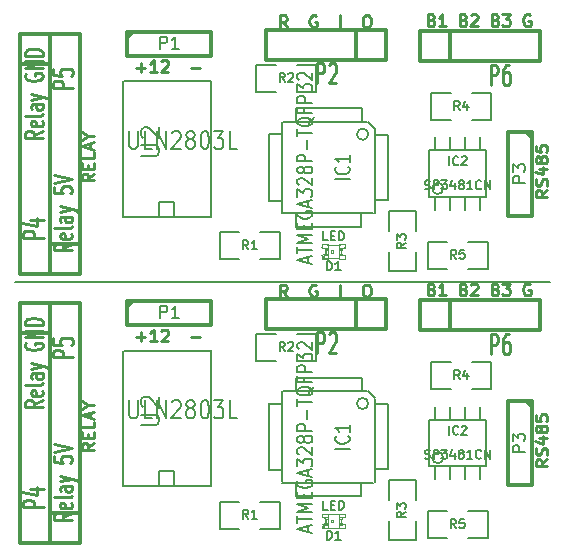
<source format=gto>
G04 (created by PCBNEW (2013-may-18)-stable) date Сб 10 янв 2015 20:32:16*
%MOIN*%
G04 Gerber Fmt 3.4, Leading zero omitted, Abs format*
%FSLAX34Y34*%
G01*
G70*
G90*
G04 APERTURE LIST*
%ADD10C,0.00590551*%
%ADD11C,0.00984252*%
%ADD12C,0.00787402*%
%ADD13C,0.012*%
%ADD14C,0.005*%
%ADD15C,0.0026*%
%ADD16C,0.004*%
%ADD17C,0.002*%
%ADD18C,0.006*%
%ADD19C,0.0107*%
%ADD20C,0.01*%
%ADD21C,0.0059*%
%ADD22C,0.008*%
G04 APERTURE END LIST*
G54D10*
G54D11*
X4049Y-10796D02*
X4349Y-10796D01*
X4199Y-10946D02*
X4199Y-10646D01*
X4743Y-10946D02*
X4518Y-10946D01*
X4630Y-10946D02*
X4630Y-10553D01*
X4593Y-10609D01*
X4555Y-10646D01*
X4518Y-10665D01*
X4893Y-10590D02*
X4911Y-10571D01*
X4949Y-10553D01*
X5043Y-10553D01*
X5080Y-10571D01*
X5099Y-10590D01*
X5118Y-10628D01*
X5118Y-10665D01*
X5099Y-10721D01*
X4874Y-10946D01*
X5118Y-10946D01*
X5886Y-10796D02*
X6186Y-10796D01*
X9079Y-9450D02*
X8948Y-9263D01*
X8854Y-9450D02*
X8854Y-9056D01*
X9004Y-9056D01*
X9041Y-9075D01*
X9060Y-9094D01*
X9079Y-9131D01*
X9079Y-9188D01*
X9060Y-9225D01*
X9041Y-9244D01*
X9004Y-9263D01*
X8854Y-9263D01*
X10054Y-9075D02*
X10016Y-9056D01*
X9960Y-9056D01*
X9904Y-9075D01*
X9866Y-9113D01*
X9848Y-9150D01*
X9829Y-9225D01*
X9829Y-9281D01*
X9848Y-9356D01*
X9866Y-9394D01*
X9904Y-9431D01*
X9960Y-9450D01*
X9998Y-9450D01*
X10054Y-9431D01*
X10073Y-9413D01*
X10073Y-9281D01*
X9998Y-9281D01*
X10841Y-9450D02*
X10841Y-9056D01*
X11704Y-9056D02*
X11779Y-9056D01*
X11816Y-9075D01*
X11854Y-9113D01*
X11872Y-9188D01*
X11872Y-9319D01*
X11854Y-9394D01*
X11816Y-9431D01*
X11779Y-9450D01*
X11704Y-9450D01*
X11666Y-9431D01*
X11629Y-9394D01*
X11610Y-9319D01*
X11610Y-9188D01*
X11629Y-9113D01*
X11666Y-9075D01*
X11704Y-9056D01*
X13897Y-9205D02*
X13953Y-9223D01*
X13972Y-9242D01*
X13991Y-9280D01*
X13991Y-9336D01*
X13972Y-9373D01*
X13953Y-9392D01*
X13916Y-9411D01*
X13766Y-9411D01*
X13766Y-9017D01*
X13897Y-9017D01*
X13935Y-9036D01*
X13953Y-9055D01*
X13972Y-9092D01*
X13972Y-9130D01*
X13953Y-9167D01*
X13935Y-9186D01*
X13897Y-9205D01*
X13766Y-9205D01*
X14366Y-9411D02*
X14141Y-9411D01*
X14253Y-9411D02*
X14253Y-9017D01*
X14216Y-9073D01*
X14178Y-9111D01*
X14141Y-9130D01*
X14966Y-9205D02*
X15022Y-9223D01*
X15041Y-9242D01*
X15059Y-9280D01*
X15059Y-9336D01*
X15041Y-9373D01*
X15022Y-9392D01*
X14985Y-9411D01*
X14835Y-9411D01*
X14835Y-9017D01*
X14966Y-9017D01*
X15003Y-9036D01*
X15022Y-9055D01*
X15041Y-9092D01*
X15041Y-9130D01*
X15022Y-9167D01*
X15003Y-9186D01*
X14966Y-9205D01*
X14835Y-9205D01*
X15209Y-9055D02*
X15228Y-9036D01*
X15266Y-9017D01*
X15359Y-9017D01*
X15397Y-9036D01*
X15416Y-9055D01*
X15434Y-9092D01*
X15434Y-9130D01*
X15416Y-9186D01*
X15191Y-9411D01*
X15434Y-9411D01*
X16034Y-9205D02*
X16091Y-9223D01*
X16109Y-9242D01*
X16128Y-9280D01*
X16128Y-9336D01*
X16109Y-9373D01*
X16091Y-9392D01*
X16053Y-9411D01*
X15903Y-9411D01*
X15903Y-9017D01*
X16034Y-9017D01*
X16072Y-9036D01*
X16091Y-9055D01*
X16109Y-9092D01*
X16109Y-9130D01*
X16091Y-9167D01*
X16072Y-9186D01*
X16034Y-9205D01*
X15903Y-9205D01*
X16259Y-9017D02*
X16503Y-9017D01*
X16372Y-9167D01*
X16428Y-9167D01*
X16466Y-9186D01*
X16484Y-9205D01*
X16503Y-9242D01*
X16503Y-9336D01*
X16484Y-9373D01*
X16466Y-9392D01*
X16428Y-9411D01*
X16316Y-9411D01*
X16278Y-9392D01*
X16259Y-9373D01*
X17178Y-9036D02*
X17140Y-9017D01*
X17084Y-9017D01*
X17028Y-9036D01*
X16991Y-9073D01*
X16972Y-9111D01*
X16953Y-9186D01*
X16953Y-9242D01*
X16972Y-9317D01*
X16991Y-9355D01*
X17028Y-9392D01*
X17084Y-9411D01*
X17122Y-9411D01*
X17178Y-9392D01*
X17197Y-9373D01*
X17197Y-9242D01*
X17122Y-9242D01*
X17757Y-14880D02*
X17570Y-15011D01*
X17757Y-15104D02*
X17364Y-15104D01*
X17364Y-14955D01*
X17382Y-14917D01*
X17401Y-14898D01*
X17439Y-14880D01*
X17495Y-14880D01*
X17532Y-14898D01*
X17551Y-14917D01*
X17570Y-14955D01*
X17570Y-15104D01*
X17739Y-14730D02*
X17757Y-14673D01*
X17757Y-14580D01*
X17739Y-14542D01*
X17720Y-14523D01*
X17682Y-14505D01*
X17645Y-14505D01*
X17607Y-14523D01*
X17589Y-14542D01*
X17570Y-14580D01*
X17551Y-14655D01*
X17532Y-14692D01*
X17514Y-14711D01*
X17476Y-14730D01*
X17439Y-14730D01*
X17401Y-14711D01*
X17382Y-14692D01*
X17364Y-14655D01*
X17364Y-14561D01*
X17382Y-14505D01*
X17495Y-14167D02*
X17757Y-14167D01*
X17345Y-14261D02*
X17626Y-14355D01*
X17626Y-14111D01*
X17532Y-13905D02*
X17514Y-13942D01*
X17495Y-13961D01*
X17457Y-13980D01*
X17439Y-13980D01*
X17401Y-13961D01*
X17382Y-13942D01*
X17364Y-13905D01*
X17364Y-13830D01*
X17382Y-13792D01*
X17401Y-13773D01*
X17439Y-13755D01*
X17457Y-13755D01*
X17495Y-13773D01*
X17514Y-13792D01*
X17532Y-13830D01*
X17532Y-13905D01*
X17551Y-13942D01*
X17570Y-13961D01*
X17607Y-13980D01*
X17682Y-13980D01*
X17720Y-13961D01*
X17739Y-13942D01*
X17757Y-13905D01*
X17757Y-13830D01*
X17739Y-13792D01*
X17720Y-13773D01*
X17682Y-13755D01*
X17607Y-13755D01*
X17570Y-13773D01*
X17551Y-13792D01*
X17532Y-13830D01*
X17364Y-13398D02*
X17364Y-13586D01*
X17551Y-13605D01*
X17532Y-13586D01*
X17514Y-13548D01*
X17514Y-13455D01*
X17532Y-13417D01*
X17551Y-13398D01*
X17589Y-13380D01*
X17682Y-13380D01*
X17720Y-13398D01*
X17739Y-13417D01*
X17757Y-13455D01*
X17757Y-13548D01*
X17739Y-13586D01*
X17720Y-13605D01*
X2639Y-14332D02*
X2452Y-14463D01*
X2639Y-14557D02*
X2245Y-14557D01*
X2245Y-14407D01*
X2264Y-14370D01*
X2283Y-14351D01*
X2320Y-14332D01*
X2377Y-14332D01*
X2414Y-14351D01*
X2433Y-14370D01*
X2452Y-14407D01*
X2452Y-14557D01*
X2433Y-14163D02*
X2433Y-14032D01*
X2639Y-13976D02*
X2639Y-14163D01*
X2245Y-14163D01*
X2245Y-13976D01*
X2639Y-13620D02*
X2639Y-13807D01*
X2245Y-13807D01*
X2527Y-13507D02*
X2527Y-13320D01*
X2639Y-13545D02*
X2245Y-13413D01*
X2639Y-13282D01*
X2452Y-13076D02*
X2639Y-13076D01*
X2245Y-13207D02*
X2452Y-13076D01*
X2245Y-12945D01*
G54D12*
X0Y-8976D02*
X17834Y-8976D01*
G54D11*
X2639Y-5356D02*
X2452Y-5487D01*
X2639Y-5581D02*
X2245Y-5581D01*
X2245Y-5431D01*
X2264Y-5393D01*
X2283Y-5374D01*
X2320Y-5356D01*
X2377Y-5356D01*
X2414Y-5374D01*
X2433Y-5393D01*
X2452Y-5431D01*
X2452Y-5581D01*
X2433Y-5187D02*
X2433Y-5056D01*
X2639Y-5000D02*
X2639Y-5187D01*
X2245Y-5187D01*
X2245Y-5000D01*
X2639Y-4643D02*
X2639Y-4831D01*
X2245Y-4831D01*
X2527Y-4531D02*
X2527Y-4343D01*
X2639Y-4568D02*
X2245Y-4437D01*
X2639Y-4306D01*
X2452Y-4100D02*
X2639Y-4100D01*
X2245Y-4231D02*
X2452Y-4100D01*
X2245Y-3968D01*
X17757Y-5903D02*
X17570Y-6034D01*
X17757Y-6128D02*
X17364Y-6128D01*
X17364Y-5978D01*
X17382Y-5941D01*
X17401Y-5922D01*
X17439Y-5903D01*
X17495Y-5903D01*
X17532Y-5922D01*
X17551Y-5941D01*
X17570Y-5978D01*
X17570Y-6128D01*
X17739Y-5753D02*
X17757Y-5697D01*
X17757Y-5603D01*
X17739Y-5566D01*
X17720Y-5547D01*
X17682Y-5528D01*
X17645Y-5528D01*
X17607Y-5547D01*
X17589Y-5566D01*
X17570Y-5603D01*
X17551Y-5678D01*
X17532Y-5716D01*
X17514Y-5734D01*
X17476Y-5753D01*
X17439Y-5753D01*
X17401Y-5734D01*
X17382Y-5716D01*
X17364Y-5678D01*
X17364Y-5584D01*
X17382Y-5528D01*
X17495Y-5191D02*
X17757Y-5191D01*
X17345Y-5284D02*
X17626Y-5378D01*
X17626Y-5134D01*
X17532Y-4928D02*
X17514Y-4966D01*
X17495Y-4985D01*
X17457Y-5003D01*
X17439Y-5003D01*
X17401Y-4985D01*
X17382Y-4966D01*
X17364Y-4928D01*
X17364Y-4853D01*
X17382Y-4816D01*
X17401Y-4797D01*
X17439Y-4778D01*
X17457Y-4778D01*
X17495Y-4797D01*
X17514Y-4816D01*
X17532Y-4853D01*
X17532Y-4928D01*
X17551Y-4966D01*
X17570Y-4985D01*
X17607Y-5003D01*
X17682Y-5003D01*
X17720Y-4985D01*
X17739Y-4966D01*
X17757Y-4928D01*
X17757Y-4853D01*
X17739Y-4816D01*
X17720Y-4797D01*
X17682Y-4778D01*
X17607Y-4778D01*
X17570Y-4797D01*
X17551Y-4816D01*
X17532Y-4853D01*
X17364Y-4422D02*
X17364Y-4610D01*
X17551Y-4628D01*
X17532Y-4610D01*
X17514Y-4572D01*
X17514Y-4478D01*
X17532Y-4441D01*
X17551Y-4422D01*
X17589Y-4403D01*
X17682Y-4403D01*
X17720Y-4422D01*
X17739Y-4441D01*
X17757Y-4478D01*
X17757Y-4572D01*
X17739Y-4610D01*
X17720Y-4628D01*
X13897Y-228D02*
X13953Y-247D01*
X13972Y-266D01*
X13991Y-303D01*
X13991Y-359D01*
X13972Y-397D01*
X13953Y-416D01*
X13916Y-434D01*
X13766Y-434D01*
X13766Y-41D01*
X13897Y-41D01*
X13935Y-59D01*
X13953Y-78D01*
X13972Y-116D01*
X13972Y-153D01*
X13953Y-191D01*
X13935Y-209D01*
X13897Y-228D01*
X13766Y-228D01*
X14366Y-434D02*
X14141Y-434D01*
X14253Y-434D02*
X14253Y-41D01*
X14216Y-97D01*
X14178Y-134D01*
X14141Y-153D01*
X14966Y-228D02*
X15022Y-247D01*
X15041Y-266D01*
X15059Y-303D01*
X15059Y-359D01*
X15041Y-397D01*
X15022Y-416D01*
X14985Y-434D01*
X14835Y-434D01*
X14835Y-41D01*
X14966Y-41D01*
X15003Y-59D01*
X15022Y-78D01*
X15041Y-116D01*
X15041Y-153D01*
X15022Y-191D01*
X15003Y-209D01*
X14966Y-228D01*
X14835Y-228D01*
X15209Y-78D02*
X15228Y-59D01*
X15266Y-41D01*
X15359Y-41D01*
X15397Y-59D01*
X15416Y-78D01*
X15434Y-116D01*
X15434Y-153D01*
X15416Y-209D01*
X15191Y-434D01*
X15434Y-434D01*
X16034Y-228D02*
X16091Y-247D01*
X16109Y-266D01*
X16128Y-303D01*
X16128Y-359D01*
X16109Y-397D01*
X16091Y-416D01*
X16053Y-434D01*
X15903Y-434D01*
X15903Y-41D01*
X16034Y-41D01*
X16072Y-59D01*
X16091Y-78D01*
X16109Y-116D01*
X16109Y-153D01*
X16091Y-191D01*
X16072Y-209D01*
X16034Y-228D01*
X15903Y-228D01*
X16259Y-41D02*
X16503Y-41D01*
X16372Y-191D01*
X16428Y-191D01*
X16466Y-209D01*
X16484Y-228D01*
X16503Y-266D01*
X16503Y-359D01*
X16484Y-397D01*
X16466Y-416D01*
X16428Y-434D01*
X16316Y-434D01*
X16278Y-416D01*
X16259Y-397D01*
X17178Y-59D02*
X17140Y-41D01*
X17084Y-41D01*
X17028Y-59D01*
X16991Y-97D01*
X16972Y-134D01*
X16953Y-209D01*
X16953Y-266D01*
X16972Y-341D01*
X16991Y-378D01*
X17028Y-416D01*
X17084Y-434D01*
X17122Y-434D01*
X17178Y-416D01*
X17197Y-397D01*
X17197Y-266D01*
X17122Y-266D01*
X9079Y-474D02*
X8948Y-286D01*
X8854Y-474D02*
X8854Y-80D01*
X9004Y-80D01*
X9041Y-99D01*
X9060Y-118D01*
X9079Y-155D01*
X9079Y-211D01*
X9060Y-249D01*
X9041Y-268D01*
X9004Y-286D01*
X8854Y-286D01*
X10054Y-99D02*
X10016Y-80D01*
X9960Y-80D01*
X9904Y-99D01*
X9866Y-136D01*
X9848Y-174D01*
X9829Y-249D01*
X9829Y-305D01*
X9848Y-380D01*
X9866Y-418D01*
X9904Y-455D01*
X9960Y-474D01*
X9998Y-474D01*
X10054Y-455D01*
X10073Y-436D01*
X10073Y-305D01*
X9998Y-305D01*
X10841Y-474D02*
X10841Y-80D01*
X11704Y-80D02*
X11779Y-80D01*
X11816Y-99D01*
X11854Y-136D01*
X11872Y-211D01*
X11872Y-343D01*
X11854Y-418D01*
X11816Y-455D01*
X11779Y-474D01*
X11704Y-474D01*
X11666Y-455D01*
X11629Y-418D01*
X11610Y-343D01*
X11610Y-211D01*
X11629Y-136D01*
X11666Y-99D01*
X11704Y-80D01*
X4049Y-1820D02*
X4349Y-1820D01*
X4199Y-1970D02*
X4199Y-1670D01*
X4743Y-1970D02*
X4518Y-1970D01*
X4630Y-1970D02*
X4630Y-1576D01*
X4593Y-1632D01*
X4555Y-1670D01*
X4518Y-1689D01*
X4893Y-1614D02*
X4911Y-1595D01*
X4949Y-1576D01*
X5043Y-1576D01*
X5080Y-1595D01*
X5099Y-1614D01*
X5118Y-1651D01*
X5118Y-1689D01*
X5099Y-1745D01*
X4874Y-1970D01*
X5118Y-1970D01*
X5886Y-1820D02*
X6186Y-1820D01*
G54D13*
X13511Y-9578D02*
X13511Y-9578D01*
X13511Y-10578D02*
X13511Y-9578D01*
X13511Y-9578D02*
X13511Y-9578D01*
X13511Y-9578D02*
X17511Y-9578D01*
X17511Y-9578D02*
X17511Y-10578D01*
X17511Y-10578D02*
X13511Y-10578D01*
X14511Y-10578D02*
X14511Y-9578D01*
G54D10*
X6535Y-15767D02*
X6535Y-11240D01*
X6535Y-11240D02*
X6535Y-11250D01*
X3622Y-15767D02*
X3622Y-11250D01*
G54D14*
X6548Y-11250D02*
X3648Y-11250D01*
X3628Y-15767D02*
X6528Y-15767D01*
X4828Y-15767D02*
X4828Y-15267D01*
X4828Y-15267D02*
X5328Y-15267D01*
X5328Y-15267D02*
X5328Y-15767D01*
G54D13*
X1169Y-9661D02*
X1169Y-17661D01*
X1169Y-17661D02*
X169Y-17661D01*
X169Y-17661D02*
X169Y-9661D01*
X169Y-9661D02*
X1169Y-9661D01*
X169Y-10661D02*
X1169Y-10661D01*
X1192Y-17661D02*
X1192Y-9661D01*
X1192Y-9661D02*
X2192Y-9661D01*
X2192Y-9661D02*
X2192Y-17661D01*
X2192Y-17661D02*
X1192Y-17661D01*
X2192Y-16661D02*
X1192Y-16661D01*
G54D14*
X13813Y-13550D02*
X13813Y-15110D01*
X13813Y-15110D02*
X15713Y-15110D01*
X15713Y-15110D02*
X15713Y-13550D01*
X15713Y-13550D02*
X13813Y-13550D01*
X14013Y-13550D02*
X14013Y-13120D01*
X14513Y-13550D02*
X14513Y-13120D01*
X15013Y-13550D02*
X15013Y-13120D01*
X15513Y-13120D02*
X15513Y-13550D01*
X15513Y-15110D02*
X15513Y-15540D01*
X15013Y-15540D02*
X15013Y-15110D01*
X14513Y-15540D02*
X14513Y-15110D01*
X14013Y-15540D02*
X14013Y-15110D01*
X14289Y-14820D02*
G75*
G03X14289Y-14820I-186J0D01*
G74*
G01*
G54D13*
X17250Y-12930D02*
X17250Y-15730D01*
X17250Y-15730D02*
X16450Y-15730D01*
X16450Y-15730D02*
X16450Y-12930D01*
X16450Y-12930D02*
X17250Y-12930D01*
X17050Y-12930D02*
X17250Y-13130D01*
X3757Y-9600D02*
X6557Y-9600D01*
X6557Y-9600D02*
X6557Y-10400D01*
X6557Y-10400D02*
X3757Y-10400D01*
X3757Y-10400D02*
X3757Y-9600D01*
X3757Y-9800D02*
X3957Y-9600D01*
G54D15*
X10433Y-16811D02*
X10433Y-16683D01*
X10433Y-16683D02*
X10236Y-16683D01*
X10236Y-16811D02*
X10236Y-16683D01*
X10433Y-16811D02*
X10236Y-16811D01*
X10433Y-17056D02*
X10433Y-16997D01*
X10433Y-16997D02*
X10334Y-16997D01*
X10334Y-17056D02*
X10334Y-16997D01*
X10433Y-17056D02*
X10334Y-17056D01*
X10433Y-16861D02*
X10433Y-16802D01*
X10433Y-16802D02*
X10334Y-16802D01*
X10334Y-16861D02*
X10334Y-16802D01*
X10433Y-16861D02*
X10334Y-16861D01*
X10433Y-17007D02*
X10433Y-16851D01*
X10433Y-16851D02*
X10364Y-16851D01*
X10364Y-17007D02*
X10364Y-16851D01*
X10433Y-17007D02*
X10364Y-17007D01*
X11022Y-16811D02*
X11022Y-16683D01*
X11022Y-16683D02*
X10825Y-16683D01*
X10825Y-16811D02*
X10825Y-16683D01*
X11022Y-16811D02*
X10825Y-16811D01*
X11022Y-17175D02*
X11022Y-17047D01*
X11022Y-17047D02*
X10825Y-17047D01*
X10825Y-17175D02*
X10825Y-17047D01*
X11022Y-17175D02*
X10825Y-17175D01*
X10924Y-16861D02*
X10924Y-16802D01*
X10924Y-16802D02*
X10825Y-16802D01*
X10825Y-16861D02*
X10825Y-16802D01*
X10924Y-16861D02*
X10825Y-16861D01*
X10924Y-17056D02*
X10924Y-16997D01*
X10924Y-16997D02*
X10825Y-16997D01*
X10825Y-17056D02*
X10825Y-16997D01*
X10924Y-17056D02*
X10825Y-17056D01*
X10894Y-17007D02*
X10894Y-16851D01*
X10894Y-16851D02*
X10825Y-16851D01*
X10825Y-17007D02*
X10825Y-16851D01*
X10894Y-17007D02*
X10825Y-17007D01*
X10629Y-16968D02*
X10629Y-16890D01*
X10629Y-16890D02*
X10551Y-16890D01*
X10551Y-16968D02*
X10551Y-16890D01*
X10629Y-16968D02*
X10551Y-16968D01*
X10433Y-17165D02*
X10433Y-17047D01*
X10433Y-17047D02*
X10315Y-17047D01*
X10315Y-17165D02*
X10315Y-17047D01*
X10433Y-17165D02*
X10315Y-17165D01*
X10265Y-17175D02*
X10265Y-17086D01*
X10265Y-17086D02*
X10236Y-17086D01*
X10236Y-17175D02*
X10236Y-17086D01*
X10265Y-17175D02*
X10236Y-17175D01*
G54D16*
X10423Y-16703D02*
X10835Y-16703D01*
X10825Y-17155D02*
X10265Y-17155D01*
G54D17*
X10324Y-17106D02*
G75*
G03X10324Y-17106I-28J0D01*
G74*
G01*
G54D16*
X10236Y-17066D02*
G75*
G03X10236Y-16792I0J137D01*
G74*
G01*
X11022Y-16792D02*
G75*
G03X11022Y-17066I0J-137D01*
G74*
G01*
G54D13*
X12393Y-10539D02*
X12393Y-10539D01*
X12393Y-9539D02*
X12393Y-10539D01*
X12393Y-10539D02*
X12393Y-10539D01*
X12393Y-10539D02*
X8393Y-10539D01*
X8393Y-10539D02*
X8393Y-9539D01*
X8393Y-9539D02*
X12393Y-9539D01*
X11393Y-9539D02*
X11393Y-10539D01*
G54D14*
X13763Y-16597D02*
X13763Y-17497D01*
X13763Y-17497D02*
X14413Y-17497D01*
X15113Y-16597D02*
X15763Y-16597D01*
X15763Y-16597D02*
X15763Y-17497D01*
X15763Y-17497D02*
X15113Y-17497D01*
X14413Y-16597D02*
X13763Y-16597D01*
X15881Y-12536D02*
X15881Y-11636D01*
X15881Y-11636D02*
X15231Y-11636D01*
X14531Y-12536D02*
X13881Y-12536D01*
X13881Y-12536D02*
X13881Y-11636D01*
X13881Y-11636D02*
X14531Y-11636D01*
X15231Y-12536D02*
X15881Y-12536D01*
X12463Y-17574D02*
X13363Y-17574D01*
X13363Y-17574D02*
X13363Y-16924D01*
X12463Y-16224D02*
X12463Y-15574D01*
X12463Y-15574D02*
X13363Y-15574D01*
X13363Y-15574D02*
X13363Y-16224D01*
X12463Y-16924D02*
X12463Y-17574D01*
X8834Y-17182D02*
X8834Y-16282D01*
X8834Y-16282D02*
X8184Y-16282D01*
X7484Y-17182D02*
X6834Y-17182D01*
X6834Y-17182D02*
X6834Y-16282D01*
X6834Y-16282D02*
X7484Y-16282D01*
X8184Y-17182D02*
X8834Y-17182D01*
X8055Y-10691D02*
X8055Y-11591D01*
X8055Y-11591D02*
X8705Y-11591D01*
X9405Y-10691D02*
X10055Y-10691D01*
X10055Y-10691D02*
X10055Y-11591D01*
X10055Y-11591D02*
X9405Y-11591D01*
X8705Y-10691D02*
X8055Y-10691D01*
G54D18*
X9382Y-16113D02*
X9382Y-15663D01*
X11562Y-16113D02*
X11562Y-15673D01*
X9382Y-16113D02*
X11562Y-16113D01*
X8912Y-15233D02*
X8482Y-15233D01*
X8902Y-13023D02*
X8482Y-13023D01*
X8482Y-13013D02*
X8472Y-15233D01*
X12452Y-13033D02*
X12462Y-15203D01*
X11762Y-12603D02*
X8932Y-12603D01*
X12452Y-15213D02*
X12042Y-15213D01*
X12002Y-12853D02*
X12002Y-15633D01*
X8922Y-15653D02*
X11962Y-15653D01*
X8922Y-12603D02*
X8922Y-15603D01*
X11592Y-12153D02*
X9372Y-12153D01*
X9372Y-12153D02*
X9372Y-12603D01*
X11772Y-12607D02*
X12002Y-12837D01*
X11592Y-12155D02*
X11592Y-12607D01*
X12002Y-13033D02*
X12454Y-13033D01*
X11787Y-13015D02*
G75*
G03X11787Y-13015I-188J0D01*
G74*
G01*
X9382Y-7137D02*
X9382Y-6687D01*
X11562Y-7137D02*
X11562Y-6697D01*
X9382Y-7137D02*
X11562Y-7137D01*
X8912Y-6257D02*
X8482Y-6257D01*
X8902Y-4047D02*
X8482Y-4047D01*
X8482Y-4037D02*
X8472Y-6257D01*
X12452Y-4057D02*
X12462Y-6227D01*
X11762Y-3627D02*
X8932Y-3627D01*
X12452Y-6237D02*
X12042Y-6237D01*
X12002Y-3877D02*
X12002Y-6657D01*
X8922Y-6677D02*
X11962Y-6677D01*
X8922Y-3627D02*
X8922Y-6627D01*
X11592Y-3177D02*
X9372Y-3177D01*
X9372Y-3177D02*
X9372Y-3627D01*
X11772Y-3631D02*
X12002Y-3861D01*
X11592Y-3179D02*
X11592Y-3631D01*
X12002Y-4057D02*
X12454Y-4057D01*
X11787Y-4039D02*
G75*
G03X11787Y-4039I-188J0D01*
G74*
G01*
G54D14*
X8055Y-1715D02*
X8055Y-2615D01*
X8055Y-2615D02*
X8705Y-2615D01*
X9405Y-1715D02*
X10055Y-1715D01*
X10055Y-1715D02*
X10055Y-2615D01*
X10055Y-2615D02*
X9405Y-2615D01*
X8705Y-1715D02*
X8055Y-1715D01*
X8834Y-8205D02*
X8834Y-7305D01*
X8834Y-7305D02*
X8184Y-7305D01*
X7484Y-8205D02*
X6834Y-8205D01*
X6834Y-8205D02*
X6834Y-7305D01*
X6834Y-7305D02*
X7484Y-7305D01*
X8184Y-8205D02*
X8834Y-8205D01*
X12463Y-8598D02*
X13363Y-8598D01*
X13363Y-8598D02*
X13363Y-7948D01*
X12463Y-7248D02*
X12463Y-6598D01*
X12463Y-6598D02*
X13363Y-6598D01*
X13363Y-6598D02*
X13363Y-7248D01*
X12463Y-7948D02*
X12463Y-8598D01*
X15881Y-3560D02*
X15881Y-2660D01*
X15881Y-2660D02*
X15231Y-2660D01*
X14531Y-3560D02*
X13881Y-3560D01*
X13881Y-3560D02*
X13881Y-2660D01*
X13881Y-2660D02*
X14531Y-2660D01*
X15231Y-3560D02*
X15881Y-3560D01*
X13763Y-7620D02*
X13763Y-8520D01*
X13763Y-8520D02*
X14413Y-8520D01*
X15113Y-7620D02*
X15763Y-7620D01*
X15763Y-7620D02*
X15763Y-8520D01*
X15763Y-8520D02*
X15113Y-8520D01*
X14413Y-7620D02*
X13763Y-7620D01*
G54D13*
X12393Y-1562D02*
X12393Y-1562D01*
X12393Y-562D02*
X12393Y-1562D01*
X12393Y-1562D02*
X12393Y-1562D01*
X12393Y-1562D02*
X8393Y-1562D01*
X8393Y-1562D02*
X8393Y-562D01*
X8393Y-562D02*
X12393Y-562D01*
X11393Y-562D02*
X11393Y-1562D01*
G54D15*
X10433Y-7834D02*
X10433Y-7706D01*
X10433Y-7706D02*
X10236Y-7706D01*
X10236Y-7834D02*
X10236Y-7706D01*
X10433Y-7834D02*
X10236Y-7834D01*
X10433Y-8079D02*
X10433Y-8020D01*
X10433Y-8020D02*
X10334Y-8020D01*
X10334Y-8079D02*
X10334Y-8020D01*
X10433Y-8079D02*
X10334Y-8079D01*
X10433Y-7884D02*
X10433Y-7825D01*
X10433Y-7825D02*
X10334Y-7825D01*
X10334Y-7884D02*
X10334Y-7825D01*
X10433Y-7884D02*
X10334Y-7884D01*
X10433Y-8030D02*
X10433Y-7874D01*
X10433Y-7874D02*
X10364Y-7874D01*
X10364Y-8030D02*
X10364Y-7874D01*
X10433Y-8030D02*
X10364Y-8030D01*
X11022Y-7834D02*
X11022Y-7706D01*
X11022Y-7706D02*
X10825Y-7706D01*
X10825Y-7834D02*
X10825Y-7706D01*
X11022Y-7834D02*
X10825Y-7834D01*
X11022Y-8198D02*
X11022Y-8070D01*
X11022Y-8070D02*
X10825Y-8070D01*
X10825Y-8198D02*
X10825Y-8070D01*
X11022Y-8198D02*
X10825Y-8198D01*
X10924Y-7884D02*
X10924Y-7825D01*
X10924Y-7825D02*
X10825Y-7825D01*
X10825Y-7884D02*
X10825Y-7825D01*
X10924Y-7884D02*
X10825Y-7884D01*
X10924Y-8079D02*
X10924Y-8020D01*
X10924Y-8020D02*
X10825Y-8020D01*
X10825Y-8079D02*
X10825Y-8020D01*
X10924Y-8079D02*
X10825Y-8079D01*
X10894Y-8030D02*
X10894Y-7874D01*
X10894Y-7874D02*
X10825Y-7874D01*
X10825Y-8030D02*
X10825Y-7874D01*
X10894Y-8030D02*
X10825Y-8030D01*
X10629Y-7991D02*
X10629Y-7913D01*
X10629Y-7913D02*
X10551Y-7913D01*
X10551Y-7991D02*
X10551Y-7913D01*
X10629Y-7991D02*
X10551Y-7991D01*
X10433Y-8188D02*
X10433Y-8070D01*
X10433Y-8070D02*
X10315Y-8070D01*
X10315Y-8188D02*
X10315Y-8070D01*
X10433Y-8188D02*
X10315Y-8188D01*
X10265Y-8198D02*
X10265Y-8109D01*
X10265Y-8109D02*
X10236Y-8109D01*
X10236Y-8198D02*
X10236Y-8109D01*
X10265Y-8198D02*
X10236Y-8198D01*
G54D16*
X10423Y-7726D02*
X10835Y-7726D01*
X10825Y-8178D02*
X10265Y-8178D01*
G54D17*
X10324Y-8129D02*
G75*
G03X10324Y-8129I-28J0D01*
G74*
G01*
G54D16*
X10236Y-8089D02*
G75*
G03X10236Y-7815I0J137D01*
G74*
G01*
X11022Y-7815D02*
G75*
G03X11022Y-8089I0J-137D01*
G74*
G01*
G54D13*
X3757Y-623D02*
X6557Y-623D01*
X6557Y-623D02*
X6557Y-1423D01*
X6557Y-1423D02*
X3757Y-1423D01*
X3757Y-1423D02*
X3757Y-623D01*
X3757Y-823D02*
X3957Y-623D01*
X17250Y-3954D02*
X17250Y-6754D01*
X17250Y-6754D02*
X16450Y-6754D01*
X16450Y-6754D02*
X16450Y-3954D01*
X16450Y-3954D02*
X17250Y-3954D01*
X17050Y-3954D02*
X17250Y-4154D01*
G54D14*
X13813Y-4574D02*
X13813Y-6134D01*
X13813Y-6134D02*
X15713Y-6134D01*
X15713Y-6134D02*
X15713Y-4574D01*
X15713Y-4574D02*
X13813Y-4574D01*
X14013Y-4574D02*
X14013Y-4144D01*
X14513Y-4574D02*
X14513Y-4144D01*
X15013Y-4574D02*
X15013Y-4144D01*
X15513Y-4144D02*
X15513Y-4574D01*
X15513Y-6134D02*
X15513Y-6564D01*
X15013Y-6564D02*
X15013Y-6134D01*
X14513Y-6564D02*
X14513Y-6134D01*
X14013Y-6564D02*
X14013Y-6134D01*
X14289Y-5844D02*
G75*
G03X14289Y-5844I-186J0D01*
G74*
G01*
G54D13*
X1192Y-8685D02*
X1192Y-685D01*
X1192Y-685D02*
X2192Y-685D01*
X2192Y-685D02*
X2192Y-8685D01*
X2192Y-8685D02*
X1192Y-8685D01*
X2192Y-7685D02*
X1192Y-7685D01*
X1169Y-685D02*
X1169Y-8685D01*
X1169Y-8685D02*
X169Y-8685D01*
X169Y-8685D02*
X169Y-685D01*
X169Y-685D02*
X1169Y-685D01*
X169Y-1685D02*
X1169Y-1685D01*
G54D10*
X6535Y-6791D02*
X6535Y-2263D01*
X6535Y-2263D02*
X6535Y-2273D01*
X3622Y-6791D02*
X3622Y-2273D01*
G54D14*
X6548Y-2273D02*
X3648Y-2273D01*
X3628Y-6791D02*
X6528Y-6791D01*
X4828Y-6791D02*
X4828Y-6291D01*
X4828Y-6291D02*
X5328Y-6291D01*
X5328Y-6291D02*
X5328Y-6791D01*
G54D13*
X13511Y-602D02*
X13511Y-602D01*
X13511Y-1602D02*
X13511Y-602D01*
X13511Y-602D02*
X13511Y-602D01*
X13511Y-602D02*
X17511Y-602D01*
X17511Y-602D02*
X17511Y-1602D01*
X17511Y-1602D02*
X13511Y-1602D01*
X14511Y-1602D02*
X14511Y-602D01*
G54D19*
X15865Y-11378D02*
X15865Y-10695D01*
X16028Y-10695D01*
X16069Y-10728D01*
X16089Y-10760D01*
X16109Y-10825D01*
X16109Y-10923D01*
X16089Y-10988D01*
X16069Y-11021D01*
X16028Y-11053D01*
X15865Y-11053D01*
X16476Y-10695D02*
X16395Y-10695D01*
X16354Y-10728D01*
X16333Y-10760D01*
X16293Y-10858D01*
X16272Y-10988D01*
X16272Y-11248D01*
X16293Y-11313D01*
X16313Y-11346D01*
X16354Y-11378D01*
X16435Y-11378D01*
X16476Y-11346D01*
X16497Y-11313D01*
X16517Y-11248D01*
X16517Y-11086D01*
X16497Y-11021D01*
X16476Y-10988D01*
X16435Y-10956D01*
X16354Y-10956D01*
X16313Y-10988D01*
X16293Y-11021D01*
X16272Y-11086D01*
G54D13*
G54D14*
X4221Y-13724D02*
X4707Y-13724D01*
X4764Y-13696D01*
X4793Y-13667D01*
X4821Y-13610D01*
X4821Y-13496D01*
X4793Y-13439D01*
X4764Y-13410D01*
X4707Y-13382D01*
X4221Y-13382D01*
X4278Y-13124D02*
X4250Y-13096D01*
X4221Y-13039D01*
X4221Y-12896D01*
X4250Y-12839D01*
X4278Y-12810D01*
X4335Y-12782D01*
X4393Y-12782D01*
X4478Y-12810D01*
X4821Y-13153D01*
X4821Y-12782D01*
X3816Y-12910D02*
X3816Y-13396D01*
X3840Y-13453D01*
X3864Y-13482D01*
X3912Y-13510D01*
X4007Y-13510D01*
X4054Y-13482D01*
X4078Y-13453D01*
X4102Y-13396D01*
X4102Y-12910D01*
X4578Y-13510D02*
X4340Y-13510D01*
X4340Y-12910D01*
X4745Y-13510D02*
X4745Y-12910D01*
X5031Y-13510D01*
X5031Y-12910D01*
X5245Y-12967D02*
X5269Y-12939D01*
X5316Y-12910D01*
X5435Y-12910D01*
X5483Y-12939D01*
X5507Y-12967D01*
X5531Y-13024D01*
X5531Y-13082D01*
X5507Y-13167D01*
X5221Y-13510D01*
X5531Y-13510D01*
X5816Y-13167D02*
X5769Y-13139D01*
X5745Y-13110D01*
X5721Y-13053D01*
X5721Y-13024D01*
X5745Y-12967D01*
X5769Y-12939D01*
X5816Y-12910D01*
X5912Y-12910D01*
X5959Y-12939D01*
X5983Y-12967D01*
X6007Y-13024D01*
X6007Y-13053D01*
X5983Y-13110D01*
X5959Y-13139D01*
X5912Y-13167D01*
X5816Y-13167D01*
X5769Y-13196D01*
X5745Y-13224D01*
X5721Y-13282D01*
X5721Y-13396D01*
X5745Y-13453D01*
X5769Y-13482D01*
X5816Y-13510D01*
X5912Y-13510D01*
X5959Y-13482D01*
X5983Y-13453D01*
X6007Y-13396D01*
X6007Y-13282D01*
X5983Y-13224D01*
X5959Y-13196D01*
X5912Y-13167D01*
X6316Y-12910D02*
X6364Y-12910D01*
X6412Y-12939D01*
X6435Y-12967D01*
X6459Y-13024D01*
X6483Y-13139D01*
X6483Y-13282D01*
X6459Y-13396D01*
X6435Y-13453D01*
X6412Y-13482D01*
X6364Y-13510D01*
X6316Y-13510D01*
X6269Y-13482D01*
X6245Y-13453D01*
X6221Y-13396D01*
X6197Y-13282D01*
X6197Y-13139D01*
X6221Y-13024D01*
X6245Y-12967D01*
X6269Y-12939D01*
X6316Y-12910D01*
X6650Y-12910D02*
X6959Y-12910D01*
X6793Y-13139D01*
X6864Y-13139D01*
X6912Y-13167D01*
X6935Y-13196D01*
X6959Y-13253D01*
X6959Y-13396D01*
X6935Y-13453D01*
X6912Y-13482D01*
X6864Y-13510D01*
X6721Y-13510D01*
X6673Y-13482D01*
X6650Y-13453D01*
X7412Y-13510D02*
X7173Y-13510D01*
X7173Y-12910D01*
G54D19*
X1944Y-11477D02*
X1263Y-11477D01*
X1263Y-11314D01*
X1296Y-11273D01*
X1328Y-11253D01*
X1393Y-11232D01*
X1490Y-11232D01*
X1555Y-11253D01*
X1588Y-11273D01*
X1620Y-11314D01*
X1620Y-11477D01*
X1263Y-10845D02*
X1263Y-11049D01*
X1588Y-11069D01*
X1555Y-11049D01*
X1523Y-11008D01*
X1523Y-10906D01*
X1555Y-10865D01*
X1588Y-10845D01*
X1653Y-10825D01*
X1815Y-10825D01*
X1880Y-10845D01*
X1912Y-10865D01*
X1944Y-10906D01*
X1944Y-11008D01*
X1912Y-11049D01*
X1880Y-11069D01*
G54D13*
G54D20*
X1912Y-16661D02*
X1626Y-16794D01*
X1912Y-16889D02*
X1312Y-16889D01*
X1312Y-16737D01*
X1340Y-16699D01*
X1369Y-16680D01*
X1426Y-16661D01*
X1512Y-16661D01*
X1569Y-16680D01*
X1597Y-16699D01*
X1626Y-16737D01*
X1626Y-16889D01*
X1883Y-16337D02*
X1912Y-16375D01*
X1912Y-16451D01*
X1883Y-16489D01*
X1826Y-16509D01*
X1597Y-16509D01*
X1540Y-16489D01*
X1512Y-16451D01*
X1512Y-16375D01*
X1540Y-16337D01*
X1597Y-16318D01*
X1655Y-16318D01*
X1712Y-16509D01*
X1912Y-16089D02*
X1883Y-16128D01*
X1826Y-16147D01*
X1312Y-16147D01*
X1912Y-15766D02*
X1597Y-15766D01*
X1540Y-15785D01*
X1512Y-15823D01*
X1512Y-15899D01*
X1540Y-15937D01*
X1883Y-15766D02*
X1912Y-15804D01*
X1912Y-15899D01*
X1883Y-15937D01*
X1826Y-15956D01*
X1769Y-15956D01*
X1712Y-15937D01*
X1683Y-15899D01*
X1683Y-15804D01*
X1655Y-15766D01*
X1512Y-15613D02*
X1912Y-15518D01*
X1512Y-15423D02*
X1912Y-15518D01*
X2055Y-15556D01*
X2083Y-15575D01*
X2112Y-15613D01*
X1312Y-14775D02*
X1312Y-14966D01*
X1597Y-14985D01*
X1569Y-14966D01*
X1540Y-14928D01*
X1540Y-14832D01*
X1569Y-14794D01*
X1597Y-14775D01*
X1655Y-14756D01*
X1797Y-14756D01*
X1855Y-14775D01*
X1883Y-14794D01*
X1912Y-14832D01*
X1912Y-14928D01*
X1883Y-14966D01*
X1855Y-14985D01*
X1312Y-14642D02*
X1912Y-14509D01*
X1312Y-14375D01*
G54D13*
G54D19*
X968Y-16477D02*
X287Y-16477D01*
X287Y-16314D01*
X319Y-16273D01*
X352Y-16253D01*
X417Y-16232D01*
X514Y-16232D01*
X579Y-16253D01*
X611Y-16273D01*
X644Y-16314D01*
X644Y-16477D01*
X514Y-15865D02*
X968Y-15865D01*
X255Y-15967D02*
X741Y-16069D01*
X741Y-15804D01*
G54D13*
G54D20*
X935Y-12909D02*
X650Y-13042D01*
X935Y-13137D02*
X335Y-13137D01*
X335Y-12985D01*
X364Y-12947D01*
X392Y-12928D01*
X450Y-12909D01*
X535Y-12909D01*
X592Y-12928D01*
X621Y-12947D01*
X650Y-12985D01*
X650Y-13137D01*
X907Y-12585D02*
X935Y-12623D01*
X935Y-12699D01*
X907Y-12737D01*
X850Y-12756D01*
X621Y-12756D01*
X564Y-12737D01*
X535Y-12699D01*
X535Y-12623D01*
X564Y-12585D01*
X621Y-12566D01*
X678Y-12566D01*
X735Y-12756D01*
X935Y-12337D02*
X907Y-12375D01*
X850Y-12394D01*
X335Y-12394D01*
X935Y-12013D02*
X621Y-12013D01*
X564Y-12032D01*
X535Y-12070D01*
X535Y-12147D01*
X564Y-12185D01*
X907Y-12013D02*
X935Y-12051D01*
X935Y-12147D01*
X907Y-12185D01*
X850Y-12204D01*
X792Y-12204D01*
X735Y-12185D01*
X707Y-12147D01*
X707Y-12051D01*
X678Y-12013D01*
X535Y-11861D02*
X935Y-11766D01*
X535Y-11670D02*
X935Y-11766D01*
X1078Y-11804D01*
X1107Y-11823D01*
X1135Y-11861D01*
X364Y-11004D02*
X335Y-11042D01*
X335Y-11099D01*
X364Y-11156D01*
X421Y-11194D01*
X478Y-11213D01*
X592Y-11232D01*
X678Y-11232D01*
X792Y-11213D01*
X850Y-11194D01*
X907Y-11156D01*
X935Y-11099D01*
X935Y-11061D01*
X907Y-11004D01*
X878Y-10985D01*
X678Y-10985D01*
X678Y-11061D01*
X935Y-10813D02*
X335Y-10813D01*
X935Y-10585D01*
X335Y-10585D01*
X935Y-10394D02*
X335Y-10394D01*
X335Y-10299D01*
X364Y-10242D01*
X421Y-10204D01*
X478Y-10185D01*
X592Y-10166D01*
X678Y-10166D01*
X792Y-10185D01*
X850Y-10204D01*
X907Y-10242D01*
X935Y-10299D01*
X935Y-10394D01*
G54D13*
G54D21*
X14475Y-14050D02*
X14475Y-13755D01*
X14784Y-14022D02*
X14770Y-14036D01*
X14728Y-14050D01*
X14700Y-14050D01*
X14658Y-14036D01*
X14630Y-14007D01*
X14616Y-13979D01*
X14602Y-13923D01*
X14602Y-13881D01*
X14616Y-13825D01*
X14630Y-13797D01*
X14658Y-13769D01*
X14700Y-13755D01*
X14728Y-13755D01*
X14770Y-13769D01*
X14784Y-13783D01*
X14897Y-13783D02*
X14911Y-13769D01*
X14939Y-13755D01*
X15009Y-13755D01*
X15037Y-13769D01*
X15051Y-13783D01*
X15065Y-13811D01*
X15065Y-13839D01*
X15051Y-13881D01*
X14883Y-14050D01*
X15065Y-14050D01*
X13668Y-14836D02*
X13710Y-14850D01*
X13780Y-14850D01*
X13808Y-14836D01*
X13822Y-14822D01*
X13836Y-14793D01*
X13836Y-14765D01*
X13822Y-14737D01*
X13808Y-14723D01*
X13780Y-14709D01*
X13724Y-14695D01*
X13696Y-14681D01*
X13682Y-14667D01*
X13668Y-14639D01*
X13668Y-14611D01*
X13682Y-14583D01*
X13696Y-14569D01*
X13724Y-14555D01*
X13794Y-14555D01*
X13836Y-14569D01*
X13963Y-14850D02*
X13963Y-14555D01*
X14075Y-14555D01*
X14103Y-14569D01*
X14117Y-14583D01*
X14131Y-14611D01*
X14131Y-14653D01*
X14117Y-14681D01*
X14103Y-14695D01*
X14075Y-14709D01*
X13963Y-14709D01*
X14229Y-14555D02*
X14412Y-14555D01*
X14314Y-14667D01*
X14356Y-14667D01*
X14384Y-14681D01*
X14398Y-14695D01*
X14412Y-14723D01*
X14412Y-14793D01*
X14398Y-14822D01*
X14384Y-14836D01*
X14356Y-14850D01*
X14272Y-14850D01*
X14244Y-14836D01*
X14229Y-14822D01*
X14665Y-14653D02*
X14665Y-14850D01*
X14595Y-14541D02*
X14524Y-14751D01*
X14707Y-14751D01*
X14862Y-14681D02*
X14834Y-14667D01*
X14819Y-14653D01*
X14805Y-14625D01*
X14805Y-14611D01*
X14819Y-14583D01*
X14834Y-14569D01*
X14862Y-14555D01*
X14918Y-14555D01*
X14946Y-14569D01*
X14960Y-14583D01*
X14974Y-14611D01*
X14974Y-14625D01*
X14960Y-14653D01*
X14946Y-14667D01*
X14918Y-14681D01*
X14862Y-14681D01*
X14834Y-14695D01*
X14819Y-14709D01*
X14805Y-14737D01*
X14805Y-14793D01*
X14819Y-14822D01*
X14834Y-14836D01*
X14862Y-14850D01*
X14918Y-14850D01*
X14946Y-14836D01*
X14960Y-14822D01*
X14974Y-14793D01*
X14974Y-14737D01*
X14960Y-14709D01*
X14946Y-14695D01*
X14918Y-14681D01*
X15255Y-14850D02*
X15086Y-14850D01*
X15171Y-14850D02*
X15171Y-14555D01*
X15143Y-14597D01*
X15114Y-14625D01*
X15086Y-14639D01*
X15550Y-14822D02*
X15536Y-14836D01*
X15494Y-14850D01*
X15466Y-14850D01*
X15424Y-14836D01*
X15395Y-14807D01*
X15381Y-14779D01*
X15367Y-14723D01*
X15367Y-14681D01*
X15381Y-14625D01*
X15395Y-14597D01*
X15424Y-14569D01*
X15466Y-14555D01*
X15494Y-14555D01*
X15536Y-14569D01*
X15550Y-14583D01*
X15676Y-14850D02*
X15676Y-14555D01*
X15845Y-14850D01*
X15845Y-14555D01*
G54D22*
X17012Y-14625D02*
X16612Y-14625D01*
X16612Y-14473D01*
X16631Y-14435D01*
X16650Y-14416D01*
X16688Y-14397D01*
X16745Y-14397D01*
X16783Y-14416D01*
X16802Y-14435D01*
X16821Y-14473D01*
X16821Y-14625D01*
X16612Y-14264D02*
X16612Y-14016D01*
X16764Y-14149D01*
X16764Y-14092D01*
X16783Y-14054D01*
X16802Y-14035D01*
X16840Y-14016D01*
X16936Y-14016D01*
X16974Y-14035D01*
X16993Y-14054D01*
X17012Y-14092D01*
X17012Y-14206D01*
X16993Y-14244D01*
X16974Y-14264D01*
X4862Y-10161D02*
X4862Y-9761D01*
X5014Y-9761D01*
X5052Y-9780D01*
X5071Y-9800D01*
X5090Y-9838D01*
X5090Y-9895D01*
X5071Y-9933D01*
X5052Y-9952D01*
X5014Y-9971D01*
X4862Y-9971D01*
X5471Y-10161D02*
X5243Y-10161D01*
X5357Y-10161D02*
X5357Y-9761D01*
X5319Y-9819D01*
X5281Y-9857D01*
X5243Y-9876D01*
G54D14*
X10408Y-17550D02*
X10408Y-17250D01*
X10479Y-17250D01*
X10522Y-17264D01*
X10551Y-17293D01*
X10565Y-17321D01*
X10579Y-17379D01*
X10579Y-17421D01*
X10565Y-17479D01*
X10551Y-17507D01*
X10522Y-17536D01*
X10479Y-17550D01*
X10408Y-17550D01*
X10865Y-17550D02*
X10694Y-17550D01*
X10779Y-17550D02*
X10779Y-17250D01*
X10751Y-17293D01*
X10722Y-17321D01*
X10694Y-17336D01*
X10437Y-16550D02*
X10294Y-16550D01*
X10294Y-16250D01*
X10537Y-16393D02*
X10637Y-16393D01*
X10679Y-16550D02*
X10537Y-16550D01*
X10537Y-16250D01*
X10679Y-16250D01*
X10808Y-16550D02*
X10808Y-16250D01*
X10879Y-16250D01*
X10922Y-16264D01*
X10951Y-16293D01*
X10965Y-16321D01*
X10979Y-16379D01*
X10979Y-16421D01*
X10965Y-16479D01*
X10951Y-16507D01*
X10922Y-16536D01*
X10879Y-16550D01*
X10808Y-16550D01*
G54D19*
X10077Y-11315D02*
X10077Y-10632D01*
X10240Y-10632D01*
X10281Y-10665D01*
X10301Y-10697D01*
X10322Y-10762D01*
X10322Y-10860D01*
X10301Y-10925D01*
X10281Y-10958D01*
X10240Y-10990D01*
X10077Y-10990D01*
X10485Y-10697D02*
X10505Y-10665D01*
X10546Y-10632D01*
X10648Y-10632D01*
X10689Y-10665D01*
X10709Y-10697D01*
X10729Y-10762D01*
X10729Y-10827D01*
X10709Y-10925D01*
X10465Y-11315D01*
X10729Y-11315D01*
G54D13*
G54D14*
X14713Y-17168D02*
X14613Y-17025D01*
X14542Y-17168D02*
X14542Y-16868D01*
X14656Y-16868D01*
X14685Y-16882D01*
X14699Y-16897D01*
X14713Y-16925D01*
X14713Y-16968D01*
X14699Y-16997D01*
X14685Y-17011D01*
X14656Y-17025D01*
X14542Y-17025D01*
X14985Y-16868D02*
X14842Y-16868D01*
X14828Y-17011D01*
X14842Y-16997D01*
X14870Y-16982D01*
X14942Y-16982D01*
X14970Y-16997D01*
X14985Y-17011D01*
X14999Y-17040D01*
X14999Y-17111D01*
X14985Y-17140D01*
X14970Y-17154D01*
X14942Y-17168D01*
X14870Y-17168D01*
X14842Y-17154D01*
X14828Y-17140D01*
X14831Y-12208D02*
X14731Y-12065D01*
X14660Y-12208D02*
X14660Y-11908D01*
X14774Y-11908D01*
X14803Y-11922D01*
X14817Y-11936D01*
X14831Y-11965D01*
X14831Y-12008D01*
X14817Y-12036D01*
X14803Y-12050D01*
X14774Y-12065D01*
X14660Y-12065D01*
X15089Y-12008D02*
X15089Y-12208D01*
X15017Y-11893D02*
X14946Y-12108D01*
X15131Y-12108D01*
X13034Y-16624D02*
X12891Y-16724D01*
X13034Y-16796D02*
X12734Y-16796D01*
X12734Y-16681D01*
X12749Y-16653D01*
X12763Y-16639D01*
X12791Y-16624D01*
X12834Y-16624D01*
X12863Y-16639D01*
X12877Y-16653D01*
X12891Y-16681D01*
X12891Y-16796D01*
X12734Y-16524D02*
X12734Y-16339D01*
X12849Y-16439D01*
X12849Y-16396D01*
X12863Y-16367D01*
X12877Y-16353D01*
X12906Y-16339D01*
X12977Y-16339D01*
X13006Y-16353D01*
X13020Y-16367D01*
X13034Y-16396D01*
X13034Y-16481D01*
X13020Y-16510D01*
X13006Y-16524D01*
X7784Y-16853D02*
X7684Y-16710D01*
X7613Y-16853D02*
X7613Y-16553D01*
X7727Y-16553D01*
X7756Y-16567D01*
X7770Y-16582D01*
X7784Y-16610D01*
X7784Y-16653D01*
X7770Y-16682D01*
X7756Y-16696D01*
X7727Y-16710D01*
X7613Y-16710D01*
X8070Y-16853D02*
X7898Y-16853D01*
X7984Y-16853D02*
X7984Y-16553D01*
X7956Y-16596D01*
X7927Y-16625D01*
X7898Y-16639D01*
X9005Y-11263D02*
X8905Y-11120D01*
X8833Y-11263D02*
X8833Y-10963D01*
X8947Y-10963D01*
X8976Y-10977D01*
X8990Y-10991D01*
X9005Y-11020D01*
X9005Y-11063D01*
X8990Y-11091D01*
X8976Y-11106D01*
X8947Y-11120D01*
X8833Y-11120D01*
X9119Y-10991D02*
X9133Y-10977D01*
X9162Y-10963D01*
X9233Y-10963D01*
X9262Y-10977D01*
X9276Y-10991D01*
X9290Y-11020D01*
X9290Y-11048D01*
X9276Y-11091D01*
X9105Y-11263D01*
X9290Y-11263D01*
G54D22*
X11174Y-14524D02*
X10674Y-14524D01*
X11127Y-14105D02*
X11151Y-14124D01*
X11174Y-14181D01*
X11174Y-14219D01*
X11151Y-14276D01*
X11103Y-14314D01*
X11055Y-14333D01*
X10960Y-14352D01*
X10889Y-14352D01*
X10793Y-14333D01*
X10746Y-14314D01*
X10698Y-14276D01*
X10674Y-14219D01*
X10674Y-14181D01*
X10698Y-14124D01*
X10722Y-14105D01*
X11174Y-13724D02*
X11174Y-13952D01*
X11174Y-13838D02*
X10674Y-13838D01*
X10746Y-13876D01*
X10793Y-13914D01*
X10817Y-13952D01*
X9781Y-17295D02*
X9781Y-17105D01*
X9924Y-17333D02*
X9424Y-17200D01*
X9924Y-17067D01*
X9424Y-16991D02*
X9424Y-16762D01*
X9924Y-16876D02*
X9424Y-16876D01*
X9924Y-16629D02*
X9424Y-16629D01*
X9781Y-16495D01*
X9424Y-16362D01*
X9924Y-16362D01*
X9662Y-16171D02*
X9662Y-16038D01*
X9924Y-15981D02*
X9924Y-16171D01*
X9424Y-16171D01*
X9424Y-15981D01*
X9448Y-15600D02*
X9424Y-15638D01*
X9424Y-15695D01*
X9448Y-15752D01*
X9496Y-15791D01*
X9543Y-15810D01*
X9639Y-15829D01*
X9710Y-15829D01*
X9805Y-15810D01*
X9853Y-15791D01*
X9901Y-15752D01*
X9924Y-15695D01*
X9924Y-15657D01*
X9901Y-15600D01*
X9877Y-15581D01*
X9710Y-15581D01*
X9710Y-15657D01*
X9781Y-15429D02*
X9781Y-15238D01*
X9924Y-15467D02*
X9424Y-15333D01*
X9924Y-15200D01*
X9424Y-15105D02*
X9424Y-14857D01*
X9615Y-14991D01*
X9615Y-14933D01*
X9639Y-14895D01*
X9662Y-14876D01*
X9710Y-14857D01*
X9829Y-14857D01*
X9877Y-14876D01*
X9901Y-14895D01*
X9924Y-14933D01*
X9924Y-15048D01*
X9901Y-15086D01*
X9877Y-15105D01*
X9472Y-14705D02*
X9448Y-14686D01*
X9424Y-14648D01*
X9424Y-14552D01*
X9448Y-14514D01*
X9472Y-14495D01*
X9520Y-14476D01*
X9567Y-14476D01*
X9639Y-14495D01*
X9924Y-14724D01*
X9924Y-14476D01*
X9639Y-14248D02*
X9615Y-14286D01*
X9591Y-14305D01*
X9543Y-14324D01*
X9520Y-14324D01*
X9472Y-14305D01*
X9448Y-14286D01*
X9424Y-14248D01*
X9424Y-14171D01*
X9448Y-14133D01*
X9472Y-14114D01*
X9520Y-14095D01*
X9543Y-14095D01*
X9591Y-14114D01*
X9615Y-14133D01*
X9639Y-14171D01*
X9639Y-14248D01*
X9662Y-14286D01*
X9686Y-14305D01*
X9734Y-14324D01*
X9829Y-14324D01*
X9877Y-14305D01*
X9901Y-14286D01*
X9924Y-14248D01*
X9924Y-14171D01*
X9901Y-14133D01*
X9877Y-14114D01*
X9829Y-14095D01*
X9734Y-14095D01*
X9686Y-14114D01*
X9662Y-14133D01*
X9639Y-14171D01*
X9924Y-13924D02*
X9424Y-13924D01*
X9424Y-13771D01*
X9448Y-13733D01*
X9472Y-13714D01*
X9520Y-13695D01*
X9591Y-13695D01*
X9639Y-13714D01*
X9662Y-13733D01*
X9686Y-13771D01*
X9686Y-13924D01*
X9734Y-13524D02*
X9734Y-13219D01*
X9424Y-13086D02*
X9424Y-12857D01*
X9924Y-12971D02*
X9424Y-12971D01*
X9972Y-12457D02*
X9948Y-12495D01*
X9901Y-12533D01*
X9829Y-12591D01*
X9805Y-12629D01*
X9805Y-12667D01*
X9924Y-12648D02*
X9901Y-12686D01*
X9853Y-12724D01*
X9758Y-12743D01*
X9591Y-12743D01*
X9496Y-12724D01*
X9448Y-12686D01*
X9424Y-12648D01*
X9424Y-12571D01*
X9448Y-12533D01*
X9496Y-12495D01*
X9591Y-12476D01*
X9758Y-12476D01*
X9853Y-12495D01*
X9901Y-12533D01*
X9924Y-12571D01*
X9924Y-12648D01*
X9662Y-12171D02*
X9662Y-12305D01*
X9924Y-12305D02*
X9424Y-12305D01*
X9424Y-12114D01*
X9924Y-11962D02*
X9424Y-11962D01*
X9424Y-11810D01*
X9448Y-11771D01*
X9472Y-11752D01*
X9520Y-11733D01*
X9591Y-11733D01*
X9639Y-11752D01*
X9662Y-11771D01*
X9686Y-11810D01*
X9686Y-11962D01*
X9424Y-11600D02*
X9424Y-11352D01*
X9615Y-11486D01*
X9615Y-11429D01*
X9639Y-11391D01*
X9662Y-11371D01*
X9710Y-11352D01*
X9829Y-11352D01*
X9877Y-11371D01*
X9901Y-11391D01*
X9924Y-11429D01*
X9924Y-11543D01*
X9901Y-11581D01*
X9877Y-11600D01*
X9472Y-11200D02*
X9448Y-11181D01*
X9424Y-11143D01*
X9424Y-11048D01*
X9448Y-11010D01*
X9472Y-10991D01*
X9520Y-10971D01*
X9567Y-10971D01*
X9639Y-10991D01*
X9924Y-11219D01*
X9924Y-10971D01*
X11174Y-5547D02*
X10674Y-5547D01*
X11127Y-5128D02*
X11151Y-5147D01*
X11174Y-5205D01*
X11174Y-5243D01*
X11151Y-5300D01*
X11103Y-5338D01*
X11055Y-5357D01*
X10960Y-5376D01*
X10889Y-5376D01*
X10793Y-5357D01*
X10746Y-5338D01*
X10698Y-5300D01*
X10674Y-5243D01*
X10674Y-5205D01*
X10698Y-5147D01*
X10722Y-5128D01*
X11174Y-4747D02*
X11174Y-4976D01*
X11174Y-4862D02*
X10674Y-4862D01*
X10746Y-4900D01*
X10793Y-4938D01*
X10817Y-4976D01*
X9781Y-8319D02*
X9781Y-8128D01*
X9924Y-8357D02*
X9424Y-8224D01*
X9924Y-8090D01*
X9424Y-8014D02*
X9424Y-7786D01*
X9924Y-7900D02*
X9424Y-7900D01*
X9924Y-7652D02*
X9424Y-7652D01*
X9781Y-7519D01*
X9424Y-7386D01*
X9924Y-7386D01*
X9662Y-7195D02*
X9662Y-7062D01*
X9924Y-7005D02*
X9924Y-7195D01*
X9424Y-7195D01*
X9424Y-7005D01*
X9448Y-6624D02*
X9424Y-6662D01*
X9424Y-6719D01*
X9448Y-6776D01*
X9496Y-6814D01*
X9543Y-6833D01*
X9639Y-6852D01*
X9710Y-6852D01*
X9805Y-6833D01*
X9853Y-6814D01*
X9901Y-6776D01*
X9924Y-6719D01*
X9924Y-6681D01*
X9901Y-6624D01*
X9877Y-6605D01*
X9710Y-6605D01*
X9710Y-6681D01*
X9781Y-6452D02*
X9781Y-6262D01*
X9924Y-6490D02*
X9424Y-6357D01*
X9924Y-6224D01*
X9424Y-6128D02*
X9424Y-5881D01*
X9615Y-6014D01*
X9615Y-5957D01*
X9639Y-5919D01*
X9662Y-5900D01*
X9710Y-5881D01*
X9829Y-5881D01*
X9877Y-5900D01*
X9901Y-5919D01*
X9924Y-5957D01*
X9924Y-6071D01*
X9901Y-6109D01*
X9877Y-6128D01*
X9472Y-5728D02*
X9448Y-5709D01*
X9424Y-5671D01*
X9424Y-5576D01*
X9448Y-5538D01*
X9472Y-5519D01*
X9520Y-5500D01*
X9567Y-5500D01*
X9639Y-5519D01*
X9924Y-5747D01*
X9924Y-5500D01*
X9639Y-5271D02*
X9615Y-5309D01*
X9591Y-5328D01*
X9543Y-5347D01*
X9520Y-5347D01*
X9472Y-5328D01*
X9448Y-5309D01*
X9424Y-5271D01*
X9424Y-5195D01*
X9448Y-5157D01*
X9472Y-5138D01*
X9520Y-5119D01*
X9543Y-5119D01*
X9591Y-5138D01*
X9615Y-5157D01*
X9639Y-5195D01*
X9639Y-5271D01*
X9662Y-5309D01*
X9686Y-5328D01*
X9734Y-5347D01*
X9829Y-5347D01*
X9877Y-5328D01*
X9901Y-5309D01*
X9924Y-5271D01*
X9924Y-5195D01*
X9901Y-5157D01*
X9877Y-5138D01*
X9829Y-5119D01*
X9734Y-5119D01*
X9686Y-5138D01*
X9662Y-5157D01*
X9639Y-5195D01*
X9924Y-4947D02*
X9424Y-4947D01*
X9424Y-4795D01*
X9448Y-4757D01*
X9472Y-4738D01*
X9520Y-4719D01*
X9591Y-4719D01*
X9639Y-4738D01*
X9662Y-4757D01*
X9686Y-4795D01*
X9686Y-4947D01*
X9734Y-4547D02*
X9734Y-4243D01*
X9424Y-4109D02*
X9424Y-3881D01*
X9924Y-3995D02*
X9424Y-3995D01*
X9972Y-3481D02*
X9948Y-3519D01*
X9901Y-3557D01*
X9829Y-3614D01*
X9805Y-3652D01*
X9805Y-3690D01*
X9924Y-3671D02*
X9901Y-3709D01*
X9853Y-3747D01*
X9758Y-3767D01*
X9591Y-3767D01*
X9496Y-3747D01*
X9448Y-3709D01*
X9424Y-3671D01*
X9424Y-3595D01*
X9448Y-3557D01*
X9496Y-3519D01*
X9591Y-3500D01*
X9758Y-3500D01*
X9853Y-3519D01*
X9901Y-3557D01*
X9924Y-3595D01*
X9924Y-3671D01*
X9662Y-3195D02*
X9662Y-3328D01*
X9924Y-3328D02*
X9424Y-3328D01*
X9424Y-3138D01*
X9924Y-2986D02*
X9424Y-2986D01*
X9424Y-2833D01*
X9448Y-2795D01*
X9472Y-2776D01*
X9520Y-2757D01*
X9591Y-2757D01*
X9639Y-2776D01*
X9662Y-2795D01*
X9686Y-2833D01*
X9686Y-2986D01*
X9424Y-2624D02*
X9424Y-2376D01*
X9615Y-2509D01*
X9615Y-2452D01*
X9639Y-2414D01*
X9662Y-2395D01*
X9710Y-2376D01*
X9829Y-2376D01*
X9877Y-2395D01*
X9901Y-2414D01*
X9924Y-2452D01*
X9924Y-2567D01*
X9901Y-2605D01*
X9877Y-2624D01*
X9472Y-2224D02*
X9448Y-2205D01*
X9424Y-2167D01*
X9424Y-2071D01*
X9448Y-2033D01*
X9472Y-2014D01*
X9520Y-1995D01*
X9567Y-1995D01*
X9639Y-2014D01*
X9924Y-2243D01*
X9924Y-1995D01*
G54D14*
X9005Y-2286D02*
X8905Y-2143D01*
X8833Y-2286D02*
X8833Y-1986D01*
X8947Y-1986D01*
X8976Y-2001D01*
X8990Y-2015D01*
X9005Y-2043D01*
X9005Y-2086D01*
X8990Y-2115D01*
X8976Y-2129D01*
X8947Y-2143D01*
X8833Y-2143D01*
X9119Y-2015D02*
X9133Y-2001D01*
X9162Y-1986D01*
X9233Y-1986D01*
X9262Y-2001D01*
X9276Y-2015D01*
X9290Y-2043D01*
X9290Y-2072D01*
X9276Y-2115D01*
X9105Y-2286D01*
X9290Y-2286D01*
X7784Y-7877D02*
X7684Y-7734D01*
X7613Y-7877D02*
X7613Y-7577D01*
X7727Y-7577D01*
X7756Y-7591D01*
X7770Y-7605D01*
X7784Y-7634D01*
X7784Y-7677D01*
X7770Y-7705D01*
X7756Y-7720D01*
X7727Y-7734D01*
X7613Y-7734D01*
X8070Y-7877D02*
X7898Y-7877D01*
X7984Y-7877D02*
X7984Y-7577D01*
X7956Y-7620D01*
X7927Y-7648D01*
X7898Y-7663D01*
X13034Y-7648D02*
X12891Y-7748D01*
X13034Y-7819D02*
X12734Y-7819D01*
X12734Y-7705D01*
X12749Y-7676D01*
X12763Y-7662D01*
X12791Y-7648D01*
X12834Y-7648D01*
X12863Y-7662D01*
X12877Y-7676D01*
X12891Y-7705D01*
X12891Y-7819D01*
X12734Y-7548D02*
X12734Y-7362D01*
X12849Y-7462D01*
X12849Y-7419D01*
X12863Y-7391D01*
X12877Y-7376D01*
X12906Y-7362D01*
X12977Y-7362D01*
X13006Y-7376D01*
X13020Y-7391D01*
X13034Y-7419D01*
X13034Y-7505D01*
X13020Y-7534D01*
X13006Y-7548D01*
X14831Y-3231D02*
X14731Y-3088D01*
X14660Y-3231D02*
X14660Y-2931D01*
X14774Y-2931D01*
X14803Y-2945D01*
X14817Y-2960D01*
X14831Y-2988D01*
X14831Y-3031D01*
X14817Y-3060D01*
X14803Y-3074D01*
X14774Y-3088D01*
X14660Y-3088D01*
X15089Y-3031D02*
X15089Y-3231D01*
X15017Y-2917D02*
X14946Y-3131D01*
X15131Y-3131D01*
X14713Y-8192D02*
X14613Y-8049D01*
X14542Y-8192D02*
X14542Y-7892D01*
X14656Y-7892D01*
X14685Y-7906D01*
X14699Y-7920D01*
X14713Y-7949D01*
X14713Y-7992D01*
X14699Y-8020D01*
X14685Y-8035D01*
X14656Y-8049D01*
X14542Y-8049D01*
X14985Y-7892D02*
X14842Y-7892D01*
X14828Y-8035D01*
X14842Y-8020D01*
X14870Y-8006D01*
X14942Y-8006D01*
X14970Y-8020D01*
X14985Y-8035D01*
X14999Y-8063D01*
X14999Y-8135D01*
X14985Y-8163D01*
X14970Y-8178D01*
X14942Y-8192D01*
X14870Y-8192D01*
X14842Y-8178D01*
X14828Y-8163D01*
G54D19*
X10077Y-2339D02*
X10077Y-1656D01*
X10240Y-1656D01*
X10281Y-1688D01*
X10301Y-1721D01*
X10322Y-1786D01*
X10322Y-1884D01*
X10301Y-1949D01*
X10281Y-1981D01*
X10240Y-2014D01*
X10077Y-2014D01*
X10485Y-1721D02*
X10505Y-1688D01*
X10546Y-1656D01*
X10648Y-1656D01*
X10689Y-1688D01*
X10709Y-1721D01*
X10729Y-1786D01*
X10729Y-1851D01*
X10709Y-1949D01*
X10465Y-2339D01*
X10729Y-2339D01*
G54D13*
G54D14*
X10408Y-8574D02*
X10408Y-8274D01*
X10479Y-8274D01*
X10522Y-8288D01*
X10551Y-8317D01*
X10565Y-8345D01*
X10579Y-8402D01*
X10579Y-8445D01*
X10565Y-8502D01*
X10551Y-8531D01*
X10522Y-8559D01*
X10479Y-8574D01*
X10408Y-8574D01*
X10865Y-8574D02*
X10694Y-8574D01*
X10779Y-8574D02*
X10779Y-8274D01*
X10751Y-8317D01*
X10722Y-8345D01*
X10694Y-8359D01*
X10437Y-7574D02*
X10294Y-7574D01*
X10294Y-7274D01*
X10537Y-7417D02*
X10637Y-7417D01*
X10679Y-7574D02*
X10537Y-7574D01*
X10537Y-7274D01*
X10679Y-7274D01*
X10808Y-7574D02*
X10808Y-7274D01*
X10879Y-7274D01*
X10922Y-7288D01*
X10951Y-7317D01*
X10965Y-7345D01*
X10979Y-7402D01*
X10979Y-7445D01*
X10965Y-7502D01*
X10951Y-7531D01*
X10922Y-7559D01*
X10879Y-7574D01*
X10808Y-7574D01*
G54D22*
X4862Y-1185D02*
X4862Y-785D01*
X5014Y-785D01*
X5052Y-804D01*
X5071Y-823D01*
X5090Y-861D01*
X5090Y-918D01*
X5071Y-956D01*
X5052Y-976D01*
X5014Y-995D01*
X4862Y-995D01*
X5471Y-1185D02*
X5243Y-1185D01*
X5357Y-1185D02*
X5357Y-785D01*
X5319Y-842D01*
X5281Y-880D01*
X5243Y-899D01*
X17012Y-5649D02*
X16612Y-5649D01*
X16612Y-5497D01*
X16631Y-5459D01*
X16650Y-5440D01*
X16688Y-5420D01*
X16745Y-5420D01*
X16783Y-5440D01*
X16802Y-5459D01*
X16821Y-5497D01*
X16821Y-5649D01*
X16612Y-5287D02*
X16612Y-5040D01*
X16764Y-5173D01*
X16764Y-5116D01*
X16783Y-5078D01*
X16802Y-5059D01*
X16840Y-5040D01*
X16936Y-5040D01*
X16974Y-5059D01*
X16993Y-5078D01*
X17012Y-5116D01*
X17012Y-5230D01*
X16993Y-5268D01*
X16974Y-5287D01*
G54D21*
X14475Y-5073D02*
X14475Y-4778D01*
X14784Y-5045D02*
X14770Y-5059D01*
X14728Y-5073D01*
X14700Y-5073D01*
X14658Y-5059D01*
X14630Y-5031D01*
X14616Y-5003D01*
X14602Y-4947D01*
X14602Y-4905D01*
X14616Y-4848D01*
X14630Y-4820D01*
X14658Y-4792D01*
X14700Y-4778D01*
X14728Y-4778D01*
X14770Y-4792D01*
X14784Y-4806D01*
X14897Y-4806D02*
X14911Y-4792D01*
X14939Y-4778D01*
X15009Y-4778D01*
X15037Y-4792D01*
X15051Y-4806D01*
X15065Y-4834D01*
X15065Y-4863D01*
X15051Y-4905D01*
X14883Y-5073D01*
X15065Y-5073D01*
X13668Y-5859D02*
X13710Y-5873D01*
X13780Y-5873D01*
X13808Y-5859D01*
X13822Y-5845D01*
X13836Y-5817D01*
X13836Y-5789D01*
X13822Y-5761D01*
X13808Y-5747D01*
X13780Y-5733D01*
X13724Y-5719D01*
X13696Y-5705D01*
X13682Y-5691D01*
X13668Y-5663D01*
X13668Y-5634D01*
X13682Y-5606D01*
X13696Y-5592D01*
X13724Y-5578D01*
X13794Y-5578D01*
X13836Y-5592D01*
X13963Y-5873D02*
X13963Y-5578D01*
X14075Y-5578D01*
X14103Y-5592D01*
X14117Y-5606D01*
X14131Y-5634D01*
X14131Y-5677D01*
X14117Y-5705D01*
X14103Y-5719D01*
X14075Y-5733D01*
X13963Y-5733D01*
X14229Y-5578D02*
X14412Y-5578D01*
X14314Y-5691D01*
X14356Y-5691D01*
X14384Y-5705D01*
X14398Y-5719D01*
X14412Y-5747D01*
X14412Y-5817D01*
X14398Y-5845D01*
X14384Y-5859D01*
X14356Y-5873D01*
X14272Y-5873D01*
X14244Y-5859D01*
X14229Y-5845D01*
X14665Y-5677D02*
X14665Y-5873D01*
X14595Y-5564D02*
X14524Y-5775D01*
X14707Y-5775D01*
X14862Y-5705D02*
X14834Y-5691D01*
X14819Y-5677D01*
X14805Y-5648D01*
X14805Y-5634D01*
X14819Y-5606D01*
X14834Y-5592D01*
X14862Y-5578D01*
X14918Y-5578D01*
X14946Y-5592D01*
X14960Y-5606D01*
X14974Y-5634D01*
X14974Y-5648D01*
X14960Y-5677D01*
X14946Y-5691D01*
X14918Y-5705D01*
X14862Y-5705D01*
X14834Y-5719D01*
X14819Y-5733D01*
X14805Y-5761D01*
X14805Y-5817D01*
X14819Y-5845D01*
X14834Y-5859D01*
X14862Y-5873D01*
X14918Y-5873D01*
X14946Y-5859D01*
X14960Y-5845D01*
X14974Y-5817D01*
X14974Y-5761D01*
X14960Y-5733D01*
X14946Y-5719D01*
X14918Y-5705D01*
X15255Y-5873D02*
X15086Y-5873D01*
X15171Y-5873D02*
X15171Y-5578D01*
X15143Y-5620D01*
X15114Y-5648D01*
X15086Y-5663D01*
X15550Y-5845D02*
X15536Y-5859D01*
X15494Y-5873D01*
X15466Y-5873D01*
X15424Y-5859D01*
X15395Y-5831D01*
X15381Y-5803D01*
X15367Y-5747D01*
X15367Y-5705D01*
X15381Y-5648D01*
X15395Y-5620D01*
X15424Y-5592D01*
X15466Y-5578D01*
X15494Y-5578D01*
X15536Y-5592D01*
X15550Y-5606D01*
X15676Y-5873D02*
X15676Y-5578D01*
X15845Y-5873D01*
X15845Y-5578D01*
G54D19*
X968Y-7500D02*
X287Y-7500D01*
X287Y-7337D01*
X319Y-7297D01*
X352Y-7276D01*
X417Y-7256D01*
X514Y-7256D01*
X579Y-7276D01*
X611Y-7297D01*
X644Y-7337D01*
X644Y-7500D01*
X514Y-6889D02*
X968Y-6889D01*
X255Y-6991D02*
X741Y-7093D01*
X741Y-6828D01*
G54D13*
G54D20*
X935Y-3932D02*
X650Y-4065D01*
X935Y-4161D02*
X335Y-4161D01*
X335Y-4008D01*
X364Y-3970D01*
X392Y-3951D01*
X450Y-3932D01*
X535Y-3932D01*
X592Y-3951D01*
X621Y-3970D01*
X650Y-4008D01*
X650Y-4161D01*
X907Y-3608D02*
X935Y-3646D01*
X935Y-3723D01*
X907Y-3761D01*
X850Y-3780D01*
X621Y-3780D01*
X564Y-3761D01*
X535Y-3723D01*
X535Y-3646D01*
X564Y-3608D01*
X621Y-3589D01*
X678Y-3589D01*
X735Y-3780D01*
X935Y-3361D02*
X907Y-3399D01*
X850Y-3418D01*
X335Y-3418D01*
X935Y-3037D02*
X621Y-3037D01*
X564Y-3056D01*
X535Y-3094D01*
X535Y-3170D01*
X564Y-3208D01*
X907Y-3037D02*
X935Y-3075D01*
X935Y-3170D01*
X907Y-3208D01*
X850Y-3227D01*
X792Y-3227D01*
X735Y-3208D01*
X707Y-3170D01*
X707Y-3075D01*
X678Y-3037D01*
X535Y-2885D02*
X935Y-2789D01*
X535Y-2694D02*
X935Y-2789D01*
X1078Y-2827D01*
X1107Y-2846D01*
X1135Y-2885D01*
X364Y-2027D02*
X335Y-2065D01*
X335Y-2123D01*
X364Y-2180D01*
X421Y-2218D01*
X478Y-2237D01*
X592Y-2256D01*
X678Y-2256D01*
X792Y-2237D01*
X850Y-2218D01*
X907Y-2180D01*
X935Y-2123D01*
X935Y-2085D01*
X907Y-2027D01*
X878Y-2008D01*
X678Y-2008D01*
X678Y-2085D01*
X935Y-1837D02*
X335Y-1837D01*
X935Y-1608D01*
X335Y-1608D01*
X935Y-1418D02*
X335Y-1418D01*
X335Y-1323D01*
X364Y-1265D01*
X421Y-1227D01*
X478Y-1208D01*
X592Y-1189D01*
X678Y-1189D01*
X792Y-1208D01*
X850Y-1227D01*
X907Y-1265D01*
X935Y-1323D01*
X935Y-1418D01*
G54D13*
G54D19*
X1944Y-2500D02*
X1263Y-2500D01*
X1263Y-2337D01*
X1296Y-2297D01*
X1328Y-2276D01*
X1393Y-2256D01*
X1490Y-2256D01*
X1555Y-2276D01*
X1588Y-2297D01*
X1620Y-2337D01*
X1620Y-2500D01*
X1263Y-1869D02*
X1263Y-2072D01*
X1588Y-2093D01*
X1555Y-2072D01*
X1523Y-2032D01*
X1523Y-1930D01*
X1555Y-1889D01*
X1588Y-1869D01*
X1653Y-1848D01*
X1815Y-1848D01*
X1880Y-1869D01*
X1912Y-1889D01*
X1944Y-1930D01*
X1944Y-2032D01*
X1912Y-2072D01*
X1880Y-2093D01*
G54D13*
G54D20*
X1912Y-7685D02*
X1626Y-7818D01*
X1912Y-7913D02*
X1312Y-7913D01*
X1312Y-7761D01*
X1340Y-7723D01*
X1369Y-7704D01*
X1426Y-7685D01*
X1512Y-7685D01*
X1569Y-7704D01*
X1597Y-7723D01*
X1626Y-7761D01*
X1626Y-7913D01*
X1883Y-7361D02*
X1912Y-7399D01*
X1912Y-7475D01*
X1883Y-7513D01*
X1826Y-7532D01*
X1597Y-7532D01*
X1540Y-7513D01*
X1512Y-7475D01*
X1512Y-7399D01*
X1540Y-7361D01*
X1597Y-7342D01*
X1655Y-7342D01*
X1712Y-7532D01*
X1912Y-7113D02*
X1883Y-7151D01*
X1826Y-7170D01*
X1312Y-7170D01*
X1912Y-6789D02*
X1597Y-6789D01*
X1540Y-6808D01*
X1512Y-6846D01*
X1512Y-6923D01*
X1540Y-6961D01*
X1883Y-6789D02*
X1912Y-6827D01*
X1912Y-6923D01*
X1883Y-6961D01*
X1826Y-6980D01*
X1769Y-6980D01*
X1712Y-6961D01*
X1683Y-6923D01*
X1683Y-6827D01*
X1655Y-6789D01*
X1512Y-6637D02*
X1912Y-6542D01*
X1512Y-6446D02*
X1912Y-6542D01*
X2055Y-6580D01*
X2083Y-6599D01*
X2112Y-6637D01*
X1312Y-5799D02*
X1312Y-5989D01*
X1597Y-6008D01*
X1569Y-5989D01*
X1540Y-5951D01*
X1540Y-5856D01*
X1569Y-5818D01*
X1597Y-5799D01*
X1655Y-5780D01*
X1797Y-5780D01*
X1855Y-5799D01*
X1883Y-5818D01*
X1912Y-5856D01*
X1912Y-5951D01*
X1883Y-5989D01*
X1855Y-6008D01*
X1312Y-5665D02*
X1912Y-5532D01*
X1312Y-5399D01*
G54D13*
G54D14*
X4221Y-4748D02*
X4707Y-4748D01*
X4764Y-4719D01*
X4793Y-4691D01*
X4821Y-4634D01*
X4821Y-4519D01*
X4793Y-4462D01*
X4764Y-4434D01*
X4707Y-4405D01*
X4221Y-4405D01*
X4278Y-4148D02*
X4250Y-4119D01*
X4221Y-4062D01*
X4221Y-3919D01*
X4250Y-3862D01*
X4278Y-3834D01*
X4335Y-3805D01*
X4393Y-3805D01*
X4478Y-3834D01*
X4821Y-4177D01*
X4821Y-3805D01*
X3816Y-3934D02*
X3816Y-4419D01*
X3840Y-4477D01*
X3864Y-4505D01*
X3912Y-4534D01*
X4007Y-4534D01*
X4054Y-4505D01*
X4078Y-4477D01*
X4102Y-4419D01*
X4102Y-3934D01*
X4578Y-4534D02*
X4340Y-4534D01*
X4340Y-3934D01*
X4745Y-4534D02*
X4745Y-3934D01*
X5031Y-4534D01*
X5031Y-3934D01*
X5245Y-3991D02*
X5269Y-3962D01*
X5316Y-3934D01*
X5435Y-3934D01*
X5483Y-3962D01*
X5507Y-3991D01*
X5531Y-4048D01*
X5531Y-4105D01*
X5507Y-4191D01*
X5221Y-4534D01*
X5531Y-4534D01*
X5816Y-4191D02*
X5769Y-4162D01*
X5745Y-4134D01*
X5721Y-4077D01*
X5721Y-4048D01*
X5745Y-3991D01*
X5769Y-3962D01*
X5816Y-3934D01*
X5912Y-3934D01*
X5959Y-3962D01*
X5983Y-3991D01*
X6007Y-4048D01*
X6007Y-4077D01*
X5983Y-4134D01*
X5959Y-4162D01*
X5912Y-4191D01*
X5816Y-4191D01*
X5769Y-4219D01*
X5745Y-4248D01*
X5721Y-4305D01*
X5721Y-4419D01*
X5745Y-4477D01*
X5769Y-4505D01*
X5816Y-4534D01*
X5912Y-4534D01*
X5959Y-4505D01*
X5983Y-4477D01*
X6007Y-4419D01*
X6007Y-4305D01*
X5983Y-4248D01*
X5959Y-4219D01*
X5912Y-4191D01*
X6316Y-3934D02*
X6364Y-3934D01*
X6412Y-3962D01*
X6435Y-3991D01*
X6459Y-4048D01*
X6483Y-4162D01*
X6483Y-4305D01*
X6459Y-4419D01*
X6435Y-4477D01*
X6412Y-4505D01*
X6364Y-4534D01*
X6316Y-4534D01*
X6269Y-4505D01*
X6245Y-4477D01*
X6221Y-4419D01*
X6197Y-4305D01*
X6197Y-4162D01*
X6221Y-4048D01*
X6245Y-3991D01*
X6269Y-3962D01*
X6316Y-3934D01*
X6650Y-3934D02*
X6959Y-3934D01*
X6793Y-4162D01*
X6864Y-4162D01*
X6912Y-4191D01*
X6935Y-4219D01*
X6959Y-4277D01*
X6959Y-4419D01*
X6935Y-4477D01*
X6912Y-4505D01*
X6864Y-4534D01*
X6721Y-4534D01*
X6673Y-4505D01*
X6650Y-4477D01*
X7412Y-4534D02*
X7173Y-4534D01*
X7173Y-3934D01*
G54D19*
X15865Y-2402D02*
X15865Y-1719D01*
X16028Y-1719D01*
X16069Y-1751D01*
X16089Y-1784D01*
X16109Y-1849D01*
X16109Y-1947D01*
X16089Y-2012D01*
X16069Y-2044D01*
X16028Y-2077D01*
X15865Y-2077D01*
X16476Y-1719D02*
X16395Y-1719D01*
X16354Y-1751D01*
X16333Y-1784D01*
X16293Y-1882D01*
X16272Y-2012D01*
X16272Y-2272D01*
X16293Y-2337D01*
X16313Y-2369D01*
X16354Y-2402D01*
X16435Y-2402D01*
X16476Y-2369D01*
X16497Y-2337D01*
X16517Y-2272D01*
X16517Y-2109D01*
X16497Y-2044D01*
X16476Y-2012D01*
X16435Y-1979D01*
X16354Y-1979D01*
X16313Y-2012D01*
X16293Y-2044D01*
X16272Y-2109D01*
G54D13*
M02*

</source>
